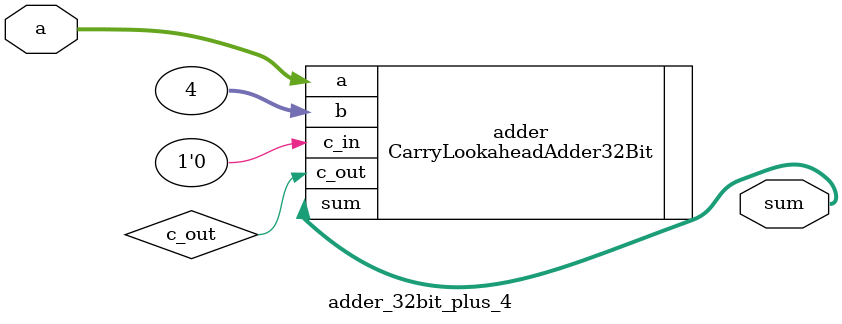
<source format=v>
module adder_32bit_plus_4(
    output [31:0] sum, 
    input [31:0] a);

    wire c_out;

    CarryLookaheadAdder32Bit adder(
        .sum(sum),
        .c_out(c_out),
        .a(a),
        .b(32'b00000000000000000000000000000100),
        .c_in(1'b0)
    );

endmodule 
</source>
